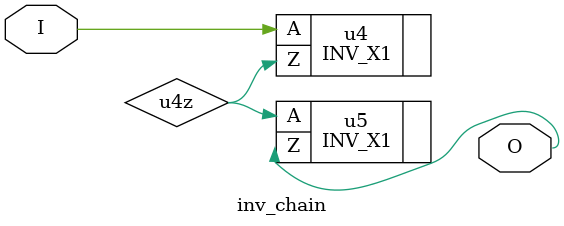
<source format=v>
module top (clk);
 input clk;

 wire r1q;
 wire u1z;
 wire u2z;
 wire u3z;
 wire u4z;
 wire u5z;

 DFF_X1 r1 (.CK(clk),
    .Q(r1q));
 BUF_X1 u1 (.A(r1q),
    .Z(u1z));

 buffer_chain bc1 (.I(u1z), .O(u3z));
 inv_chain ic1 (.I(u1z), .O(u5z));
   
 DFF_X1 r2 (.D(u3z),
    .CK(clk));
 DFF_X1 r3 (.D(u5z),
    .CK(clk));
 DFF_X1 r4 (.D(r1q),
    .CK(clk));
 DFF_X1 r5 (.D(r1q),
    .CK(clk));
 DFF_X1 r6 (.D(r1q),
    .CK(clk));
 DFF_X1 r7 (.D(r1q),
    .CK(clk));
 DFF_X1 r8 (.D(r1q));
 DFF_X1 r9 (.D(r1q));
 DFF_X1 r10 (.D(r1q));
 DFF_X1 r11 (.D(r1q));
 DFF_X1 r12 (.D(r1q));
endmodule


module buffer_chain (I, O);
   input I;
   output O;
 BUF_X1 u2 (.A(I),
    .Z(u2z));
 BUF_X1 u3 (.A(u2z),
    .Z(O));
endmodule // buffer_chain

module inv_chain (I, O);
   input I;
   output O;
 INV_X1 u4 (.A(I),
    .Z(u4z));
 INV_X1 u5 (.A(u4z),
    .Z(O));
endmodule // inv_chain



</source>
